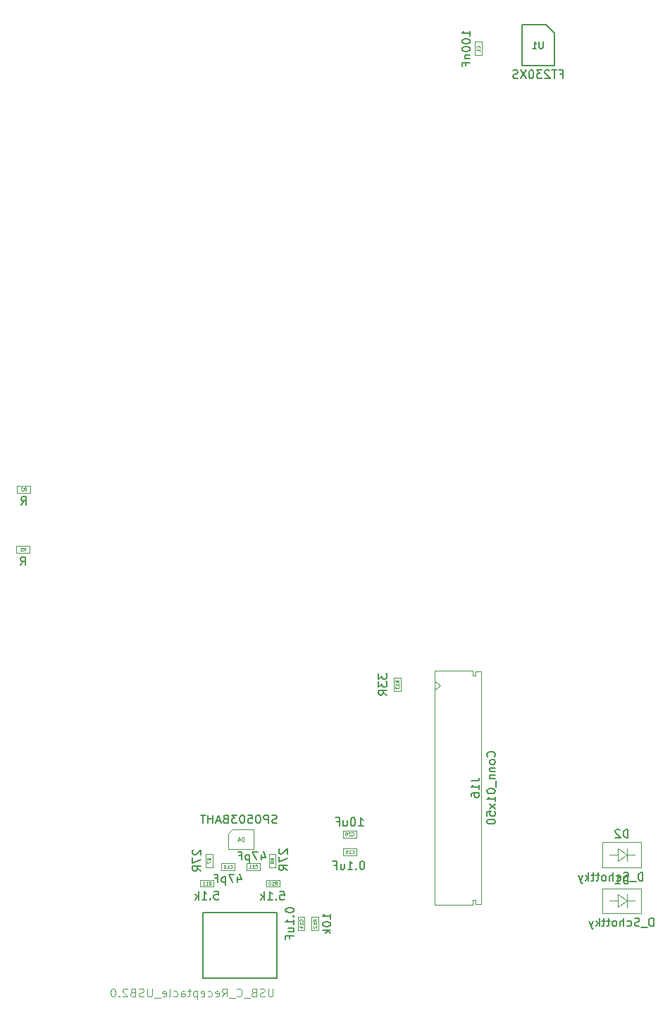
<source format=gbr>
G04 #@! TF.GenerationSoftware,KiCad,Pcbnew,(5.1.9)-1*
G04 #@! TF.CreationDate,2021-01-16T04:06:45-07:00*
G04 #@! TF.ProjectId,purplewizard-pogo,70757270-6c65-4776-997a-6172642d706f,1*
G04 #@! TF.SameCoordinates,PX774a7a0PYac0e4a0*
G04 #@! TF.FileFunction,Other,Fab,Bot*
%FSLAX46Y46*%
G04 Gerber Fmt 4.6, Leading zero omitted, Abs format (unit mm)*
G04 Created by KiCad (PCBNEW (5.1.9)-1) date 2021-01-16 04:06:45*
%MOMM*%
%LPD*%
G01*
G04 APERTURE LIST*
%ADD10C,0.100000*%
%ADD11C,0.127000*%
%ADD12C,0.150000*%
%ADD13C,0.060000*%
%ADD14C,0.075000*%
%ADD15C,0.015000*%
G04 APERTURE END LIST*
D10*
X73780000Y7630000D02*
X78380000Y7630000D01*
X78380000Y7630000D02*
X78380000Y10630000D01*
X73780000Y10630000D02*
X73780000Y7630000D01*
X73780000Y10630000D02*
X78380000Y10630000D01*
X76729440Y9128980D02*
X77631140Y9128980D01*
X75578820Y9128980D02*
X74580600Y9128980D01*
X76729440Y9929080D02*
X76729440Y8328880D01*
X75578820Y8379680D02*
X75578820Y9929080D01*
X76729440Y9128980D02*
X75578820Y8379680D01*
X76729440Y9128980D02*
X75578820Y9929080D01*
X44160000Y17540000D02*
X42560000Y17540000D01*
X44160000Y16740000D02*
X44160000Y17540000D01*
X42560000Y16740000D02*
X44160000Y16740000D01*
X42560000Y17540000D02*
X42560000Y16740000D01*
X53600000Y22710000D02*
X53600000Y36760000D01*
X53600000Y36760000D02*
X58200000Y36760000D01*
X58200000Y36760000D02*
X58200000Y36160000D01*
X58200000Y36160000D02*
X58500000Y36160000D01*
X58500000Y36160000D02*
X58500000Y36660000D01*
X58500000Y36660000D02*
X59200000Y36660000D01*
X59200000Y36660000D02*
X59200000Y22710000D01*
X53600000Y22710000D02*
X53600000Y8660000D01*
X53600000Y8660000D02*
X58200000Y8660000D01*
X58200000Y8660000D02*
X58200000Y9260000D01*
X58200000Y9260000D02*
X58500000Y9260000D01*
X58500000Y9260000D02*
X58500000Y8760000D01*
X58500000Y8760000D02*
X59200000Y8760000D01*
X59200000Y8760000D02*
X59200000Y22710000D01*
X53600000Y35460000D02*
X54307107Y34960000D01*
X54307107Y34960000D02*
X53600000Y34460000D01*
X73780000Y13170000D02*
X78380000Y13170000D01*
X78380000Y13170000D02*
X78380000Y16170000D01*
X73780000Y16170000D02*
X73780000Y13170000D01*
X73780000Y16170000D02*
X78380000Y16170000D01*
X76729440Y14668980D02*
X77631140Y14668980D01*
X75578820Y14668980D02*
X74580600Y14668980D01*
X76729440Y15469080D02*
X76729440Y13868880D01*
X75578820Y13919680D02*
X75578820Y15469080D01*
X76729440Y14668980D02*
X75578820Y13919680D01*
X76729440Y14668980D02*
X75578820Y15469080D01*
X29556668Y12820000D02*
X29556668Y13620000D01*
X29556668Y13620000D02*
X27956668Y13620000D01*
X27956668Y13620000D02*
X27956668Y12820000D01*
X27956668Y12820000D02*
X29556668Y12820000D01*
X32583334Y12830000D02*
X32583334Y13630000D01*
X32583334Y13630000D02*
X30983334Y13630000D01*
X30983334Y13630000D02*
X30983334Y12830000D01*
X30983334Y12830000D02*
X32583334Y12830000D01*
X37940000Y7210000D02*
X37140000Y7210000D01*
X37140000Y7210000D02*
X37140000Y5610000D01*
X37140000Y5610000D02*
X37940000Y5610000D01*
X37940000Y5610000D02*
X37940000Y7210000D01*
X29290000Y17710000D02*
X28790000Y17210000D01*
X28790000Y17210000D02*
X28790000Y15310000D01*
X31790000Y17710000D02*
X29290000Y17710000D01*
X31790000Y15310000D02*
X31790000Y17710000D01*
X28790000Y15310000D02*
X31790000Y15310000D01*
X49490000Y35920000D02*
X48690000Y35920000D01*
X48690000Y35920000D02*
X48690000Y34320000D01*
X48690000Y34320000D02*
X49490000Y34320000D01*
X49490000Y34320000D02*
X49490000Y35920000D01*
X26080000Y13170000D02*
X26880000Y13170000D01*
X26880000Y13170000D02*
X26880000Y14770000D01*
X26880000Y14770000D02*
X26080000Y14770000D01*
X26080000Y14770000D02*
X26080000Y13170000D01*
X25420000Y11620000D02*
X25420000Y10820000D01*
X25420000Y10820000D02*
X27020000Y10820000D01*
X27020000Y10820000D02*
X27020000Y11620000D01*
X27020000Y11620000D02*
X25420000Y11620000D01*
X33350000Y11620000D02*
X33350000Y10820000D01*
X33350000Y10820000D02*
X34950000Y10820000D01*
X34950000Y10820000D02*
X34950000Y11620000D01*
X34950000Y11620000D02*
X33350000Y11620000D01*
X33660000Y13180000D02*
X34460000Y13180000D01*
X34460000Y13180000D02*
X34460000Y14780000D01*
X34460000Y14780000D02*
X33660000Y14780000D01*
X33660000Y14780000D02*
X33660000Y13180000D01*
D11*
X34650000Y-160000D02*
X25710000Y-160000D01*
X25710000Y-160000D02*
X25710000Y7740000D01*
X25710000Y7740000D02*
X34650000Y7740000D01*
X34650000Y7740000D02*
X34650000Y-160000D01*
D10*
X39610000Y7210000D02*
X38810000Y7210000D01*
X38810000Y7210000D02*
X38810000Y5610000D01*
X38810000Y5610000D02*
X39610000Y5610000D01*
X39610000Y5610000D02*
X39610000Y7210000D01*
X44210000Y15390000D02*
X42610000Y15390000D01*
X44210000Y14590000D02*
X44210000Y15390000D01*
X42610000Y14590000D02*
X44210000Y14590000D01*
X42610000Y15390000D02*
X42610000Y14590000D01*
X4920000Y50907500D02*
X4920000Y51732500D01*
X4920000Y51732500D02*
X3320000Y51732500D01*
X3320000Y51732500D02*
X3320000Y50907500D01*
X3320000Y50907500D02*
X4920000Y50907500D01*
X3400000Y58127500D02*
X5000000Y58127500D01*
X3400000Y58952500D02*
X3400000Y58127500D01*
X5000000Y58952500D02*
X3400000Y58952500D01*
X5000000Y58127500D02*
X5000000Y58952500D01*
X58440000Y112260000D02*
X58440000Y110660000D01*
X59240000Y112260000D02*
X58440000Y112260000D01*
X59240000Y110660000D02*
X59240000Y112260000D01*
X58440000Y110660000D02*
X59240000Y110660000D01*
D12*
X67960000Y113280000D02*
X66960000Y114280000D01*
X67960000Y109380000D02*
X67960000Y113280000D01*
X64060000Y109380000D02*
X67960000Y109380000D01*
X64060000Y114280000D02*
X64060000Y109380000D01*
X66960000Y114280000D02*
X64060000Y114280000D01*
X79889523Y6077620D02*
X79889523Y7077620D01*
X79651428Y7077620D01*
X79508571Y7030000D01*
X79413333Y6934762D01*
X79365714Y6839524D01*
X79318095Y6649048D01*
X79318095Y6506191D01*
X79365714Y6315715D01*
X79413333Y6220477D01*
X79508571Y6125239D01*
X79651428Y6077620D01*
X79889523Y6077620D01*
X79127619Y5982381D02*
X78365714Y5982381D01*
X78175238Y6125239D02*
X78032380Y6077620D01*
X77794285Y6077620D01*
X77699047Y6125239D01*
X77651428Y6172858D01*
X77603809Y6268096D01*
X77603809Y6363334D01*
X77651428Y6458572D01*
X77699047Y6506191D01*
X77794285Y6553810D01*
X77984761Y6601429D01*
X78080000Y6649048D01*
X78127619Y6696667D01*
X78175238Y6791905D01*
X78175238Y6887143D01*
X78127619Y6982381D01*
X78080000Y7030000D01*
X77984761Y7077620D01*
X77746666Y7077620D01*
X77603809Y7030000D01*
X76746666Y6125239D02*
X76841904Y6077620D01*
X77032380Y6077620D01*
X77127619Y6125239D01*
X77175238Y6172858D01*
X77222857Y6268096D01*
X77222857Y6553810D01*
X77175238Y6649048D01*
X77127619Y6696667D01*
X77032380Y6744286D01*
X76841904Y6744286D01*
X76746666Y6696667D01*
X76318095Y6077620D02*
X76318095Y7077620D01*
X75889523Y6077620D02*
X75889523Y6601429D01*
X75937142Y6696667D01*
X76032380Y6744286D01*
X76175238Y6744286D01*
X76270476Y6696667D01*
X76318095Y6649048D01*
X75270476Y6077620D02*
X75365714Y6125239D01*
X75413333Y6172858D01*
X75460952Y6268096D01*
X75460952Y6553810D01*
X75413333Y6649048D01*
X75365714Y6696667D01*
X75270476Y6744286D01*
X75127619Y6744286D01*
X75032380Y6696667D01*
X74984761Y6649048D01*
X74937142Y6553810D01*
X74937142Y6268096D01*
X74984761Y6172858D01*
X75032380Y6125239D01*
X75127619Y6077620D01*
X75270476Y6077620D01*
X74651428Y6744286D02*
X74270476Y6744286D01*
X74508571Y7077620D02*
X74508571Y6220477D01*
X74460952Y6125239D01*
X74365714Y6077620D01*
X74270476Y6077620D01*
X74080000Y6744286D02*
X73699047Y6744286D01*
X73937142Y7077620D02*
X73937142Y6220477D01*
X73889523Y6125239D01*
X73794285Y6077620D01*
X73699047Y6077620D01*
X73365714Y6077620D02*
X73365714Y7077620D01*
X73270476Y6458572D02*
X72984761Y6077620D01*
X72984761Y6744286D02*
X73365714Y6363334D01*
X72651428Y6744286D02*
X72413333Y6077620D01*
X72175238Y6744286D02*
X72413333Y6077620D01*
X72508571Y5839524D01*
X72556190Y5791905D01*
X72651428Y5744286D01*
X76818095Y11177620D02*
X76818095Y12177620D01*
X76580000Y12177620D01*
X76437142Y12130000D01*
X76341904Y12034762D01*
X76294285Y11939524D01*
X76246666Y11749048D01*
X76246666Y11606191D01*
X76294285Y11415715D01*
X76341904Y11320477D01*
X76437142Y11225239D01*
X76580000Y11177620D01*
X76818095Y11177620D01*
X75294285Y11177620D02*
X75865714Y11177620D01*
X75580000Y11177620D02*
X75580000Y12177620D01*
X75675238Y12034762D01*
X75770476Y11939524D01*
X75865714Y11891905D01*
X44431428Y18117620D02*
X45002857Y18117620D01*
X44717142Y18117620D02*
X44717142Y19117620D01*
X44812380Y18974762D01*
X44907619Y18879524D01*
X45002857Y18831905D01*
X43812380Y19117620D02*
X43717142Y19117620D01*
X43621904Y19070000D01*
X43574285Y19022381D01*
X43526666Y18927143D01*
X43479047Y18736667D01*
X43479047Y18498572D01*
X43526666Y18308096D01*
X43574285Y18212858D01*
X43621904Y18165239D01*
X43717142Y18117620D01*
X43812380Y18117620D01*
X43907619Y18165239D01*
X43955238Y18212858D01*
X44002857Y18308096D01*
X44050476Y18498572D01*
X44050476Y18736667D01*
X44002857Y18927143D01*
X43955238Y19022381D01*
X43907619Y19070000D01*
X43812380Y19117620D01*
X42621904Y18784286D02*
X42621904Y18117620D01*
X43050476Y18784286D02*
X43050476Y18260477D01*
X43002857Y18165239D01*
X42907619Y18117620D01*
X42764761Y18117620D01*
X42669523Y18165239D01*
X42621904Y18212858D01*
X41812380Y18641429D02*
X42145714Y18641429D01*
X42145714Y18117620D02*
X42145714Y19117620D01*
X41669523Y19117620D01*
D13*
X43617142Y16997143D02*
X43636190Y16978096D01*
X43693333Y16959048D01*
X43731428Y16959048D01*
X43788571Y16978096D01*
X43826666Y17016191D01*
X43845714Y17054286D01*
X43864761Y17130477D01*
X43864761Y17187620D01*
X43845714Y17263810D01*
X43826666Y17301905D01*
X43788571Y17340000D01*
X43731428Y17359048D01*
X43693333Y17359048D01*
X43636190Y17340000D01*
X43617142Y17320953D01*
X43464761Y17320953D02*
X43445714Y17340000D01*
X43407619Y17359048D01*
X43312380Y17359048D01*
X43274285Y17340000D01*
X43255238Y17320953D01*
X43236190Y17282858D01*
X43236190Y17244762D01*
X43255238Y17187620D01*
X43483809Y16959048D01*
X43236190Y16959048D01*
X42893333Y17359048D02*
X42969523Y17359048D01*
X43007619Y17340000D01*
X43026666Y17320953D01*
X43064761Y17263810D01*
X43083809Y17187620D01*
X43083809Y17035239D01*
X43064761Y16997143D01*
X43045714Y16978096D01*
X43007619Y16959048D01*
X42931428Y16959048D01*
X42893333Y16978096D01*
X42874285Y16997143D01*
X42855238Y17035239D01*
X42855238Y17130477D01*
X42874285Y17168572D01*
X42893333Y17187620D01*
X42931428Y17206667D01*
X43007619Y17206667D01*
X43045714Y17187620D01*
X43064761Y17168572D01*
X43083809Y17130477D01*
D12*
X60757142Y26448096D02*
X60804761Y26495715D01*
X60852380Y26638572D01*
X60852380Y26733810D01*
X60804761Y26876667D01*
X60709523Y26971905D01*
X60614285Y27019524D01*
X60423809Y27067143D01*
X60280952Y27067143D01*
X60090476Y27019524D01*
X59995238Y26971905D01*
X59900000Y26876667D01*
X59852380Y26733810D01*
X59852380Y26638572D01*
X59900000Y26495715D01*
X59947619Y26448096D01*
X60852380Y25876667D02*
X60804761Y25971905D01*
X60757142Y26019524D01*
X60661904Y26067143D01*
X60376190Y26067143D01*
X60280952Y26019524D01*
X60233333Y25971905D01*
X60185714Y25876667D01*
X60185714Y25733810D01*
X60233333Y25638572D01*
X60280952Y25590953D01*
X60376190Y25543334D01*
X60661904Y25543334D01*
X60757142Y25590953D01*
X60804761Y25638572D01*
X60852380Y25733810D01*
X60852380Y25876667D01*
X60185714Y25114762D02*
X60852380Y25114762D01*
X60280952Y25114762D02*
X60233333Y25067143D01*
X60185714Y24971905D01*
X60185714Y24829048D01*
X60233333Y24733810D01*
X60328571Y24686191D01*
X60852380Y24686191D01*
X60185714Y24210000D02*
X60852380Y24210000D01*
X60280952Y24210000D02*
X60233333Y24162381D01*
X60185714Y24067143D01*
X60185714Y23924286D01*
X60233333Y23829048D01*
X60328571Y23781429D01*
X60852380Y23781429D01*
X60947619Y23543334D02*
X60947619Y22781429D01*
X59852380Y22352858D02*
X59852380Y22257620D01*
X59900000Y22162381D01*
X59947619Y22114762D01*
X60042857Y22067143D01*
X60233333Y22019524D01*
X60471428Y22019524D01*
X60661904Y22067143D01*
X60757142Y22114762D01*
X60804761Y22162381D01*
X60852380Y22257620D01*
X60852380Y22352858D01*
X60804761Y22448096D01*
X60757142Y22495715D01*
X60661904Y22543334D01*
X60471428Y22590953D01*
X60233333Y22590953D01*
X60042857Y22543334D01*
X59947619Y22495715D01*
X59900000Y22448096D01*
X59852380Y22352858D01*
X60852380Y21067143D02*
X60852380Y21638572D01*
X60852380Y21352858D02*
X59852380Y21352858D01*
X59995238Y21448096D01*
X60090476Y21543334D01*
X60138095Y21638572D01*
X60852380Y20733810D02*
X60185714Y20210000D01*
X60185714Y20733810D02*
X60852380Y20210000D01*
X59852380Y19352858D02*
X59852380Y19829048D01*
X60328571Y19876667D01*
X60280952Y19829048D01*
X60233333Y19733810D01*
X60233333Y19495715D01*
X60280952Y19400477D01*
X60328571Y19352858D01*
X60423809Y19305239D01*
X60661904Y19305239D01*
X60757142Y19352858D01*
X60804761Y19400477D01*
X60852380Y19495715D01*
X60852380Y19733810D01*
X60804761Y19829048D01*
X60757142Y19876667D01*
X59852380Y18686191D02*
X59852380Y18590953D01*
X59900000Y18495715D01*
X59947619Y18448096D01*
X60042857Y18400477D01*
X60233333Y18352858D01*
X60471428Y18352858D01*
X60661904Y18400477D01*
X60757142Y18448096D01*
X60804761Y18495715D01*
X60852380Y18590953D01*
X60852380Y18686191D01*
X60804761Y18781429D01*
X60757142Y18829048D01*
X60661904Y18876667D01*
X60471428Y18924286D01*
X60233333Y18924286D01*
X60042857Y18876667D01*
X59947619Y18829048D01*
X59900000Y18781429D01*
X59852380Y18686191D01*
X57952380Y23519524D02*
X58666666Y23519524D01*
X58809523Y23567143D01*
X58904761Y23662381D01*
X58952380Y23805239D01*
X58952380Y23900477D01*
X58952380Y22519524D02*
X58952380Y23090953D01*
X58952380Y22805239D02*
X57952380Y22805239D01*
X58095238Y22900477D01*
X58190476Y22995715D01*
X58238095Y23090953D01*
X57952380Y21662381D02*
X57952380Y21852858D01*
X58000000Y21948096D01*
X58047619Y21995715D01*
X58190476Y22090953D01*
X58380952Y22138572D01*
X58761904Y22138572D01*
X58857142Y22090953D01*
X58904761Y22043334D01*
X58952380Y21948096D01*
X58952380Y21757620D01*
X58904761Y21662381D01*
X58857142Y21614762D01*
X58761904Y21567143D01*
X58523809Y21567143D01*
X58428571Y21614762D01*
X58380952Y21662381D01*
X58333333Y21757620D01*
X58333333Y21948096D01*
X58380952Y22043334D01*
X58428571Y22090953D01*
X58523809Y22138572D01*
X78607363Y11528940D02*
X78607363Y12528940D01*
X78369268Y12528940D01*
X78226411Y12481320D01*
X78131173Y12386082D01*
X78083554Y12290844D01*
X78035935Y12100368D01*
X78035935Y11957511D01*
X78083554Y11767035D01*
X78131173Y11671797D01*
X78226411Y11576559D01*
X78369268Y11528940D01*
X78607363Y11528940D01*
X77845459Y11433701D02*
X77083554Y11433701D01*
X76893078Y11576559D02*
X76750220Y11528940D01*
X76512125Y11528940D01*
X76416887Y11576559D01*
X76369268Y11624178D01*
X76321649Y11719416D01*
X76321649Y11814654D01*
X76369268Y11909892D01*
X76416887Y11957511D01*
X76512125Y12005130D01*
X76702601Y12052749D01*
X76797840Y12100368D01*
X76845459Y12147987D01*
X76893078Y12243225D01*
X76893078Y12338463D01*
X76845459Y12433701D01*
X76797840Y12481320D01*
X76702601Y12528940D01*
X76464506Y12528940D01*
X76321649Y12481320D01*
X75464506Y11576559D02*
X75559744Y11528940D01*
X75750220Y11528940D01*
X75845459Y11576559D01*
X75893078Y11624178D01*
X75940697Y11719416D01*
X75940697Y12005130D01*
X75893078Y12100368D01*
X75845459Y12147987D01*
X75750220Y12195606D01*
X75559744Y12195606D01*
X75464506Y12147987D01*
X75035935Y11528940D02*
X75035935Y12528940D01*
X74607363Y11528940D02*
X74607363Y12052749D01*
X74654982Y12147987D01*
X74750220Y12195606D01*
X74893078Y12195606D01*
X74988316Y12147987D01*
X75035935Y12100368D01*
X73988316Y11528940D02*
X74083554Y11576559D01*
X74131173Y11624178D01*
X74178792Y11719416D01*
X74178792Y12005130D01*
X74131173Y12100368D01*
X74083554Y12147987D01*
X73988316Y12195606D01*
X73845459Y12195606D01*
X73750220Y12147987D01*
X73702601Y12100368D01*
X73654982Y12005130D01*
X73654982Y11719416D01*
X73702601Y11624178D01*
X73750220Y11576559D01*
X73845459Y11528940D01*
X73988316Y11528940D01*
X73369268Y12195606D02*
X72988316Y12195606D01*
X73226411Y12528940D02*
X73226411Y11671797D01*
X73178792Y11576559D01*
X73083554Y11528940D01*
X72988316Y11528940D01*
X72797840Y12195606D02*
X72416887Y12195606D01*
X72654982Y12528940D02*
X72654982Y11671797D01*
X72607363Y11576559D01*
X72512125Y11528940D01*
X72416887Y11528940D01*
X72083554Y11528940D02*
X72083554Y12528940D01*
X71988316Y11909892D02*
X71702601Y11528940D01*
X71702601Y12195606D02*
X72083554Y11814654D01*
X71369268Y12195606D02*
X71131173Y11528940D01*
X70893078Y12195606D02*
X71131173Y11528940D01*
X71226411Y11290844D01*
X71274030Y11243225D01*
X71369268Y11195606D01*
X76818095Y16717620D02*
X76818095Y17717620D01*
X76580000Y17717620D01*
X76437142Y17670000D01*
X76341904Y17574762D01*
X76294285Y17479524D01*
X76246666Y17289048D01*
X76246666Y17146191D01*
X76294285Y16955715D01*
X76341904Y16860477D01*
X76437142Y16765239D01*
X76580000Y16717620D01*
X76818095Y16717620D01*
X75865714Y17622381D02*
X75818095Y17670000D01*
X75722857Y17717620D01*
X75484761Y17717620D01*
X75389523Y17670000D01*
X75341904Y17622381D01*
X75294285Y17527143D01*
X75294285Y17431905D01*
X75341904Y17289048D01*
X75913333Y16717620D01*
X75294285Y16717620D01*
X29923334Y12004286D02*
X29923334Y11337620D01*
X30161429Y12385239D02*
X30399525Y11670953D01*
X29780477Y11670953D01*
X29494763Y12337620D02*
X28828096Y12337620D01*
X29256668Y11337620D01*
X28447144Y12004286D02*
X28447144Y11004286D01*
X28447144Y11956667D02*
X28351906Y12004286D01*
X28161429Y12004286D01*
X28066191Y11956667D01*
X28018572Y11909048D01*
X27970953Y11813810D01*
X27970953Y11528096D01*
X28018572Y11432858D01*
X28066191Y11385239D01*
X28161429Y11337620D01*
X28351906Y11337620D01*
X28447144Y11385239D01*
X27209048Y11861429D02*
X27542382Y11861429D01*
X27542382Y11337620D02*
X27542382Y12337620D01*
X27066191Y12337620D01*
D13*
X29013810Y13077143D02*
X29032858Y13058096D01*
X29090001Y13039048D01*
X29128096Y13039048D01*
X29185239Y13058096D01*
X29223334Y13096191D01*
X29242382Y13134286D01*
X29261429Y13210477D01*
X29261429Y13267620D01*
X29242382Y13343810D01*
X29223334Y13381905D01*
X29185239Y13420000D01*
X29128096Y13439048D01*
X29090001Y13439048D01*
X29032858Y13420000D01*
X29013810Y13400953D01*
X28632858Y13039048D02*
X28861429Y13039048D01*
X28747144Y13039048D02*
X28747144Y13439048D01*
X28785239Y13381905D01*
X28823334Y13343810D01*
X28861429Y13324762D01*
X28385239Y13439048D02*
X28347144Y13439048D01*
X28309048Y13420000D01*
X28290001Y13400953D01*
X28270953Y13362858D01*
X28251906Y13286667D01*
X28251906Y13191429D01*
X28270953Y13115239D01*
X28290001Y13077143D01*
X28309048Y13058096D01*
X28347144Y13039048D01*
X28385239Y13039048D01*
X28423334Y13058096D01*
X28442382Y13077143D01*
X28461429Y13115239D01*
X28480477Y13191429D01*
X28480477Y13286667D01*
X28461429Y13362858D01*
X28442382Y13400953D01*
X28423334Y13420000D01*
X28385239Y13439048D01*
D12*
X32796666Y14704286D02*
X32796666Y14037620D01*
X33034761Y15085239D02*
X33272857Y14370953D01*
X32653809Y14370953D01*
X32368095Y15037620D02*
X31701428Y15037620D01*
X32130000Y14037620D01*
X31320476Y14704286D02*
X31320476Y13704286D01*
X31320476Y14656667D02*
X31225238Y14704286D01*
X31034761Y14704286D01*
X30939523Y14656667D01*
X30891904Y14609048D01*
X30844285Y14513810D01*
X30844285Y14228096D01*
X30891904Y14132858D01*
X30939523Y14085239D01*
X31034761Y14037620D01*
X31225238Y14037620D01*
X31320476Y14085239D01*
X30082380Y14561429D02*
X30415714Y14561429D01*
X30415714Y14037620D02*
X30415714Y15037620D01*
X29939523Y15037620D01*
D13*
X32040476Y13087143D02*
X32059524Y13068096D01*
X32116667Y13049048D01*
X32154762Y13049048D01*
X32211905Y13068096D01*
X32250000Y13106191D01*
X32269048Y13144286D01*
X32288095Y13220477D01*
X32288095Y13277620D01*
X32269048Y13353810D01*
X32250000Y13391905D01*
X32211905Y13430000D01*
X32154762Y13449048D01*
X32116667Y13449048D01*
X32059524Y13430000D01*
X32040476Y13410953D01*
X31659524Y13049048D02*
X31888095Y13049048D01*
X31773810Y13049048D02*
X31773810Y13449048D01*
X31811905Y13391905D01*
X31850000Y13353810D01*
X31888095Y13334762D01*
X31278572Y13049048D02*
X31507143Y13049048D01*
X31392857Y13049048D02*
X31392857Y13449048D01*
X31430953Y13391905D01*
X31469048Y13353810D01*
X31507143Y13334762D01*
D12*
X35672380Y8062858D02*
X35672380Y7967620D01*
X35720000Y7872381D01*
X35767619Y7824762D01*
X35862857Y7777143D01*
X36053333Y7729524D01*
X36291428Y7729524D01*
X36481904Y7777143D01*
X36577142Y7824762D01*
X36624761Y7872381D01*
X36672380Y7967620D01*
X36672380Y8062858D01*
X36624761Y8158096D01*
X36577142Y8205715D01*
X36481904Y8253334D01*
X36291428Y8300953D01*
X36053333Y8300953D01*
X35862857Y8253334D01*
X35767619Y8205715D01*
X35720000Y8158096D01*
X35672380Y8062858D01*
X36577142Y7300953D02*
X36624761Y7253334D01*
X36672380Y7300953D01*
X36624761Y7348572D01*
X36577142Y7300953D01*
X36672380Y7300953D01*
X36672380Y6300953D02*
X36672380Y6872381D01*
X36672380Y6586667D02*
X35672380Y6586667D01*
X35815238Y6681905D01*
X35910476Y6777143D01*
X35958095Y6872381D01*
X36005714Y5443810D02*
X36672380Y5443810D01*
X36005714Y5872381D02*
X36529523Y5872381D01*
X36624761Y5824762D01*
X36672380Y5729524D01*
X36672380Y5586667D01*
X36624761Y5491429D01*
X36577142Y5443810D01*
X36148571Y4634286D02*
X36148571Y4967620D01*
X36672380Y4967620D02*
X35672380Y4967620D01*
X35672380Y4491429D01*
D13*
X37682857Y6667143D02*
X37701904Y6686191D01*
X37720952Y6743334D01*
X37720952Y6781429D01*
X37701904Y6838572D01*
X37663809Y6876667D01*
X37625714Y6895715D01*
X37549523Y6914762D01*
X37492380Y6914762D01*
X37416190Y6895715D01*
X37378095Y6876667D01*
X37340000Y6838572D01*
X37320952Y6781429D01*
X37320952Y6743334D01*
X37340000Y6686191D01*
X37359047Y6667143D01*
X37720952Y6286191D02*
X37720952Y6514762D01*
X37720952Y6400477D02*
X37320952Y6400477D01*
X37378095Y6438572D01*
X37416190Y6476667D01*
X37435238Y6514762D01*
X37454285Y5943334D02*
X37720952Y5943334D01*
X37301904Y6038572D02*
X37587619Y6133810D01*
X37587619Y5886191D01*
D12*
X34603809Y18485239D02*
X34460952Y18437620D01*
X34222857Y18437620D01*
X34127619Y18485239D01*
X34080000Y18532858D01*
X34032380Y18628096D01*
X34032380Y18723334D01*
X34080000Y18818572D01*
X34127619Y18866191D01*
X34222857Y18913810D01*
X34413333Y18961429D01*
X34508571Y19009048D01*
X34556190Y19056667D01*
X34603809Y19151905D01*
X34603809Y19247143D01*
X34556190Y19342381D01*
X34508571Y19390000D01*
X34413333Y19437620D01*
X34175238Y19437620D01*
X34032380Y19390000D01*
X33603809Y18437620D02*
X33603809Y19437620D01*
X33222857Y19437620D01*
X33127619Y19390000D01*
X33080000Y19342381D01*
X33032380Y19247143D01*
X33032380Y19104286D01*
X33080000Y19009048D01*
X33127619Y18961429D01*
X33222857Y18913810D01*
X33603809Y18913810D01*
X32413333Y19437620D02*
X32318095Y19437620D01*
X32222857Y19390000D01*
X32175238Y19342381D01*
X32127619Y19247143D01*
X32080000Y19056667D01*
X32080000Y18818572D01*
X32127619Y18628096D01*
X32175238Y18532858D01*
X32222857Y18485239D01*
X32318095Y18437620D01*
X32413333Y18437620D01*
X32508571Y18485239D01*
X32556190Y18532858D01*
X32603809Y18628096D01*
X32651428Y18818572D01*
X32651428Y19056667D01*
X32603809Y19247143D01*
X32556190Y19342381D01*
X32508571Y19390000D01*
X32413333Y19437620D01*
X31175238Y19437620D02*
X31651428Y19437620D01*
X31699047Y18961429D01*
X31651428Y19009048D01*
X31556190Y19056667D01*
X31318095Y19056667D01*
X31222857Y19009048D01*
X31175238Y18961429D01*
X31127619Y18866191D01*
X31127619Y18628096D01*
X31175238Y18532858D01*
X31222857Y18485239D01*
X31318095Y18437620D01*
X31556190Y18437620D01*
X31651428Y18485239D01*
X31699047Y18532858D01*
X30508571Y19437620D02*
X30413333Y19437620D01*
X30318095Y19390000D01*
X30270476Y19342381D01*
X30222857Y19247143D01*
X30175238Y19056667D01*
X30175238Y18818572D01*
X30222857Y18628096D01*
X30270476Y18532858D01*
X30318095Y18485239D01*
X30413333Y18437620D01*
X30508571Y18437620D01*
X30603809Y18485239D01*
X30651428Y18532858D01*
X30699047Y18628096D01*
X30746666Y18818572D01*
X30746666Y19056667D01*
X30699047Y19247143D01*
X30651428Y19342381D01*
X30603809Y19390000D01*
X30508571Y19437620D01*
X29841904Y19437620D02*
X29222857Y19437620D01*
X29556190Y19056667D01*
X29413333Y19056667D01*
X29318095Y19009048D01*
X29270476Y18961429D01*
X29222857Y18866191D01*
X29222857Y18628096D01*
X29270476Y18532858D01*
X29318095Y18485239D01*
X29413333Y18437620D01*
X29699047Y18437620D01*
X29794285Y18485239D01*
X29841904Y18532858D01*
X28460952Y18961429D02*
X28318095Y18913810D01*
X28270476Y18866191D01*
X28222857Y18770953D01*
X28222857Y18628096D01*
X28270476Y18532858D01*
X28318095Y18485239D01*
X28413333Y18437620D01*
X28794285Y18437620D01*
X28794285Y19437620D01*
X28460952Y19437620D01*
X28365714Y19390000D01*
X28318095Y19342381D01*
X28270476Y19247143D01*
X28270476Y19151905D01*
X28318095Y19056667D01*
X28365714Y19009048D01*
X28460952Y18961429D01*
X28794285Y18961429D01*
X27841904Y18723334D02*
X27365714Y18723334D01*
X27937142Y18437620D02*
X27603809Y19437620D01*
X27270476Y18437620D01*
X26937142Y18437620D02*
X26937142Y19437620D01*
X26937142Y18961429D02*
X26365714Y18961429D01*
X26365714Y18437620D02*
X26365714Y19437620D01*
X26032380Y19437620D02*
X25460952Y19437620D01*
X25746666Y18437620D02*
X25746666Y19437620D01*
D14*
X30659047Y16283810D02*
X30659047Y16783810D01*
X30540000Y16783810D01*
X30468571Y16760000D01*
X30420952Y16712381D01*
X30397142Y16664762D01*
X30373333Y16569524D01*
X30373333Y16498096D01*
X30397142Y16402858D01*
X30420952Y16355239D01*
X30468571Y16307620D01*
X30540000Y16283810D01*
X30659047Y16283810D01*
X29944761Y16617143D02*
X29944761Y16283810D01*
X30063809Y16807620D02*
X30182857Y16450477D01*
X29873333Y16450477D01*
D12*
X46852380Y36409524D02*
X46852380Y35790477D01*
X47233333Y36123810D01*
X47233333Y35980953D01*
X47280952Y35885715D01*
X47328571Y35838096D01*
X47423809Y35790477D01*
X47661904Y35790477D01*
X47757142Y35838096D01*
X47804761Y35885715D01*
X47852380Y35980953D01*
X47852380Y36266667D01*
X47804761Y36361905D01*
X47757142Y36409524D01*
X46852380Y35457143D02*
X46852380Y34838096D01*
X47233333Y35171429D01*
X47233333Y35028572D01*
X47280952Y34933334D01*
X47328571Y34885715D01*
X47423809Y34838096D01*
X47661904Y34838096D01*
X47757142Y34885715D01*
X47804761Y34933334D01*
X47852380Y35028572D01*
X47852380Y35314286D01*
X47804761Y35409524D01*
X47757142Y35457143D01*
X47852380Y33838096D02*
X47376190Y34171429D01*
X47852380Y34409524D02*
X46852380Y34409524D01*
X46852380Y34028572D01*
X46900000Y33933334D01*
X46947619Y33885715D01*
X47042857Y33838096D01*
X47185714Y33838096D01*
X47280952Y33885715D01*
X47328571Y33933334D01*
X47376190Y34028572D01*
X47376190Y34409524D01*
D13*
X49270952Y35377143D02*
X49080476Y35510477D01*
X49270952Y35605715D02*
X48870952Y35605715D01*
X48870952Y35453334D01*
X48890000Y35415239D01*
X48909047Y35396191D01*
X48947142Y35377143D01*
X49004285Y35377143D01*
X49042380Y35396191D01*
X49061428Y35415239D01*
X49080476Y35453334D01*
X49080476Y35605715D01*
X49270952Y34996191D02*
X49270952Y35224762D01*
X49270952Y35110477D02*
X48870952Y35110477D01*
X48928095Y35148572D01*
X48966190Y35186667D01*
X48985238Y35224762D01*
X48870952Y34862858D02*
X48870952Y34615239D01*
X49023333Y34748572D01*
X49023333Y34691429D01*
X49042380Y34653334D01*
X49061428Y34634286D01*
X49099523Y34615239D01*
X49194761Y34615239D01*
X49232857Y34634286D01*
X49251904Y34653334D01*
X49270952Y34691429D01*
X49270952Y34805715D01*
X49251904Y34843810D01*
X49232857Y34862858D01*
D12*
X24597619Y15231905D02*
X24550000Y15184286D01*
X24502380Y15089048D01*
X24502380Y14850953D01*
X24550000Y14755715D01*
X24597619Y14708096D01*
X24692857Y14660477D01*
X24788095Y14660477D01*
X24930952Y14708096D01*
X25502380Y15279524D01*
X25502380Y14660477D01*
X24502380Y14327143D02*
X24502380Y13660477D01*
X25502380Y14089048D01*
X25502380Y12708096D02*
X25026190Y13041429D01*
X25502380Y13279524D02*
X24502380Y13279524D01*
X24502380Y12898572D01*
X24550000Y12803334D01*
X24597619Y12755715D01*
X24692857Y12708096D01*
X24835714Y12708096D01*
X24930952Y12755715D01*
X24978571Y12803334D01*
X25026190Y12898572D01*
X25026190Y13279524D01*
D13*
X26660952Y14036667D02*
X26470476Y14170000D01*
X26660952Y14265239D02*
X26260952Y14265239D01*
X26260952Y14112858D01*
X26280000Y14074762D01*
X26299047Y14055715D01*
X26337142Y14036667D01*
X26394285Y14036667D01*
X26432380Y14055715D01*
X26451428Y14074762D01*
X26470476Y14112858D01*
X26470476Y14265239D01*
X26260952Y13903334D02*
X26260952Y13636667D01*
X26660952Y13808096D01*
D12*
X27090952Y10287620D02*
X27567142Y10287620D01*
X27614761Y9811429D01*
X27567142Y9859048D01*
X27471904Y9906667D01*
X27233809Y9906667D01*
X27138571Y9859048D01*
X27090952Y9811429D01*
X27043333Y9716191D01*
X27043333Y9478096D01*
X27090952Y9382858D01*
X27138571Y9335239D01*
X27233809Y9287620D01*
X27471904Y9287620D01*
X27567142Y9335239D01*
X27614761Y9382858D01*
X26614761Y9382858D02*
X26567142Y9335239D01*
X26614761Y9287620D01*
X26662380Y9335239D01*
X26614761Y9382858D01*
X26614761Y9287620D01*
X25614761Y9287620D02*
X26186190Y9287620D01*
X25900476Y9287620D02*
X25900476Y10287620D01*
X25995714Y10144762D01*
X26090952Y10049524D01*
X26186190Y10001905D01*
X25186190Y9287620D02*
X25186190Y10287620D01*
X25090952Y9668572D02*
X24805238Y9287620D01*
X24805238Y9954286D02*
X25186190Y9573334D01*
D13*
X26477142Y11039048D02*
X26610476Y11229524D01*
X26705714Y11039048D02*
X26705714Y11439048D01*
X26553333Y11439048D01*
X26515238Y11420000D01*
X26496190Y11400953D01*
X26477142Y11362858D01*
X26477142Y11305715D01*
X26496190Y11267620D01*
X26515238Y11248572D01*
X26553333Y11229524D01*
X26705714Y11229524D01*
X26096190Y11039048D02*
X26324761Y11039048D01*
X26210476Y11039048D02*
X26210476Y11439048D01*
X26248571Y11381905D01*
X26286666Y11343810D01*
X26324761Y11324762D01*
X25715238Y11039048D02*
X25943809Y11039048D01*
X25829523Y11039048D02*
X25829523Y11439048D01*
X25867619Y11381905D01*
X25905714Y11343810D01*
X25943809Y11324762D01*
D12*
X35000952Y10257620D02*
X35477142Y10257620D01*
X35524761Y9781429D01*
X35477142Y9829048D01*
X35381904Y9876667D01*
X35143809Y9876667D01*
X35048571Y9829048D01*
X35000952Y9781429D01*
X34953333Y9686191D01*
X34953333Y9448096D01*
X35000952Y9352858D01*
X35048571Y9305239D01*
X35143809Y9257620D01*
X35381904Y9257620D01*
X35477142Y9305239D01*
X35524761Y9352858D01*
X34524761Y9352858D02*
X34477142Y9305239D01*
X34524761Y9257620D01*
X34572380Y9305239D01*
X34524761Y9352858D01*
X34524761Y9257620D01*
X33524761Y9257620D02*
X34096190Y9257620D01*
X33810476Y9257620D02*
X33810476Y10257620D01*
X33905714Y10114762D01*
X34000952Y10019524D01*
X34096190Y9971905D01*
X33096190Y9257620D02*
X33096190Y10257620D01*
X33000952Y9638572D02*
X32715238Y9257620D01*
X32715238Y9924286D02*
X33096190Y9543334D01*
D13*
X34407142Y11039048D02*
X34540476Y11229524D01*
X34635714Y11039048D02*
X34635714Y11439048D01*
X34483333Y11439048D01*
X34445238Y11420000D01*
X34426190Y11400953D01*
X34407142Y11362858D01*
X34407142Y11305715D01*
X34426190Y11267620D01*
X34445238Y11248572D01*
X34483333Y11229524D01*
X34635714Y11229524D01*
X34026190Y11039048D02*
X34254761Y11039048D01*
X34140476Y11039048D02*
X34140476Y11439048D01*
X34178571Y11381905D01*
X34216666Y11343810D01*
X34254761Y11324762D01*
X33778571Y11439048D02*
X33740476Y11439048D01*
X33702380Y11420000D01*
X33683333Y11400953D01*
X33664285Y11362858D01*
X33645238Y11286667D01*
X33645238Y11191429D01*
X33664285Y11115239D01*
X33683333Y11077143D01*
X33702380Y11058096D01*
X33740476Y11039048D01*
X33778571Y11039048D01*
X33816666Y11058096D01*
X33835714Y11077143D01*
X33854761Y11115239D01*
X33873809Y11191429D01*
X33873809Y11286667D01*
X33854761Y11362858D01*
X33835714Y11400953D01*
X33816666Y11420000D01*
X33778571Y11439048D01*
D12*
X34967619Y15351905D02*
X34920000Y15304286D01*
X34872380Y15209048D01*
X34872380Y14970953D01*
X34920000Y14875715D01*
X34967619Y14828096D01*
X35062857Y14780477D01*
X35158095Y14780477D01*
X35300952Y14828096D01*
X35872380Y15399524D01*
X35872380Y14780477D01*
X34872380Y14447143D02*
X34872380Y13780477D01*
X35872380Y14209048D01*
X35872380Y12828096D02*
X35396190Y13161429D01*
X35872380Y13399524D02*
X34872380Y13399524D01*
X34872380Y13018572D01*
X34920000Y12923334D01*
X34967619Y12875715D01*
X35062857Y12828096D01*
X35205714Y12828096D01*
X35300952Y12875715D01*
X35348571Y12923334D01*
X35396190Y13018572D01*
X35396190Y13399524D01*
D13*
X34240952Y14046667D02*
X34050476Y14180000D01*
X34240952Y14275239D02*
X33840952Y14275239D01*
X33840952Y14122858D01*
X33860000Y14084762D01*
X33879047Y14065715D01*
X33917142Y14046667D01*
X33974285Y14046667D01*
X34012380Y14065715D01*
X34031428Y14084762D01*
X34050476Y14122858D01*
X34050476Y14275239D01*
X34012380Y13818096D02*
X33993333Y13856191D01*
X33974285Y13875239D01*
X33936190Y13894286D01*
X33917142Y13894286D01*
X33879047Y13875239D01*
X33860000Y13856191D01*
X33840952Y13818096D01*
X33840952Y13741905D01*
X33860000Y13703810D01*
X33879047Y13684762D01*
X33917142Y13665715D01*
X33936190Y13665715D01*
X33974285Y13684762D01*
X33993333Y13703810D01*
X34012380Y13741905D01*
X34012380Y13818096D01*
X34031428Y13856191D01*
X34050476Y13875239D01*
X34088571Y13894286D01*
X34164761Y13894286D01*
X34202857Y13875239D01*
X34221904Y13856191D01*
X34240952Y13818096D01*
X34240952Y13741905D01*
X34221904Y13703810D01*
X34202857Y13684762D01*
X34164761Y13665715D01*
X34088571Y13665715D01*
X34050476Y13684762D01*
X34031428Y13703810D01*
X34012380Y13741905D01*
D15*
X34155626Y-1378267D02*
X34155626Y-2190627D01*
X34107840Y-2286199D01*
X34060054Y-2333985D01*
X33964483Y-2381771D01*
X33773339Y-2381771D01*
X33677767Y-2333985D01*
X33629981Y-2286199D01*
X33582195Y-2190627D01*
X33582195Y-1378267D01*
X33152122Y-2333985D02*
X33008764Y-2381771D01*
X32769835Y-2381771D01*
X32674263Y-2333985D01*
X32626477Y-2286199D01*
X32578691Y-2190627D01*
X32578691Y-2095055D01*
X32626477Y-1999483D01*
X32674263Y-1951697D01*
X32769835Y-1903912D01*
X32960979Y-1856126D01*
X33056550Y-1808340D01*
X33104336Y-1760554D01*
X33152122Y-1664982D01*
X33152122Y-1569410D01*
X33104336Y-1473838D01*
X33056550Y-1426053D01*
X32960979Y-1378267D01*
X32722049Y-1378267D01*
X32578691Y-1426053D01*
X31814117Y-1856126D02*
X31670759Y-1903912D01*
X31622973Y-1951697D01*
X31575187Y-2047269D01*
X31575187Y-2190627D01*
X31622973Y-2286199D01*
X31670759Y-2333985D01*
X31766331Y-2381771D01*
X32148618Y-2381771D01*
X32148618Y-1378267D01*
X31814117Y-1378267D01*
X31718545Y-1426053D01*
X31670759Y-1473838D01*
X31622973Y-1569410D01*
X31622973Y-1664982D01*
X31670759Y-1760554D01*
X31718545Y-1808340D01*
X31814117Y-1856126D01*
X32148618Y-1856126D01*
X31384044Y-2477342D02*
X30619469Y-2477342D01*
X29807109Y-2286199D02*
X29854895Y-2333985D01*
X29998252Y-2381771D01*
X30093824Y-2381771D01*
X30237182Y-2333985D01*
X30332754Y-2238413D01*
X30380540Y-2142841D01*
X30428326Y-1951697D01*
X30428326Y-1808340D01*
X30380540Y-1617196D01*
X30332754Y-1521624D01*
X30237182Y-1426053D01*
X30093824Y-1378267D01*
X29998252Y-1378267D01*
X29854895Y-1426053D01*
X29807109Y-1473838D01*
X29615965Y-2477342D02*
X28851391Y-2477342D01*
X28039030Y-2381771D02*
X28373532Y-1903912D01*
X28612461Y-2381771D02*
X28612461Y-1378267D01*
X28230174Y-1378267D01*
X28134602Y-1426053D01*
X28086816Y-1473838D01*
X28039030Y-1569410D01*
X28039030Y-1712768D01*
X28086816Y-1808340D01*
X28134602Y-1856126D01*
X28230174Y-1903912D01*
X28612461Y-1903912D01*
X27226670Y-2333985D02*
X27322242Y-2381771D01*
X27513385Y-2381771D01*
X27608957Y-2333985D01*
X27656743Y-2238413D01*
X27656743Y-1856126D01*
X27608957Y-1760554D01*
X27513385Y-1712768D01*
X27322242Y-1712768D01*
X27226670Y-1760554D01*
X27178884Y-1856126D01*
X27178884Y-1951697D01*
X27656743Y-2047269D01*
X26318738Y-2333985D02*
X26414310Y-2381771D01*
X26605453Y-2381771D01*
X26701025Y-2333985D01*
X26748811Y-2286199D01*
X26796597Y-2190627D01*
X26796597Y-1903912D01*
X26748811Y-1808340D01*
X26701025Y-1760554D01*
X26605453Y-1712768D01*
X26414310Y-1712768D01*
X26318738Y-1760554D01*
X25506377Y-2333985D02*
X25601949Y-2381771D01*
X25793093Y-2381771D01*
X25888665Y-2333985D01*
X25936451Y-2238413D01*
X25936451Y-1856126D01*
X25888665Y-1760554D01*
X25793093Y-1712768D01*
X25601949Y-1712768D01*
X25506377Y-1760554D01*
X25458591Y-1856126D01*
X25458591Y-1951697D01*
X25936451Y-2047269D01*
X25028518Y-1712768D02*
X25028518Y-2716272D01*
X25028518Y-1760554D02*
X24932947Y-1712768D01*
X24741803Y-1712768D01*
X24646231Y-1760554D01*
X24598445Y-1808340D01*
X24550659Y-1903912D01*
X24550659Y-2190627D01*
X24598445Y-2286199D01*
X24646231Y-2333985D01*
X24741803Y-2381771D01*
X24932947Y-2381771D01*
X25028518Y-2333985D01*
X24263944Y-1712768D02*
X23881657Y-1712768D01*
X24120586Y-1378267D02*
X24120586Y-2238413D01*
X24072800Y-2333985D01*
X23977228Y-2381771D01*
X23881657Y-2381771D01*
X23117082Y-2381771D02*
X23117082Y-1856126D01*
X23164868Y-1760554D01*
X23260440Y-1712768D01*
X23451583Y-1712768D01*
X23547155Y-1760554D01*
X23117082Y-2333985D02*
X23212654Y-2381771D01*
X23451583Y-2381771D01*
X23547155Y-2333985D01*
X23594941Y-2238413D01*
X23594941Y-2142841D01*
X23547155Y-2047269D01*
X23451583Y-1999483D01*
X23212654Y-1999483D01*
X23117082Y-1951697D01*
X22209150Y-2333985D02*
X22304722Y-2381771D01*
X22495865Y-2381771D01*
X22591437Y-2333985D01*
X22639223Y-2286199D01*
X22687009Y-2190627D01*
X22687009Y-1903912D01*
X22639223Y-1808340D01*
X22591437Y-1760554D01*
X22495865Y-1712768D01*
X22304722Y-1712768D01*
X22209150Y-1760554D01*
X21635719Y-2381771D02*
X21731291Y-2333985D01*
X21779077Y-2238413D01*
X21779077Y-1378267D01*
X20871145Y-2333985D02*
X20966716Y-2381771D01*
X21157860Y-2381771D01*
X21253432Y-2333985D01*
X21301218Y-2238413D01*
X21301218Y-1856126D01*
X21253432Y-1760554D01*
X21157860Y-1712768D01*
X20966716Y-1712768D01*
X20871145Y-1760554D01*
X20823359Y-1856126D01*
X20823359Y-1951697D01*
X21301218Y-2047269D01*
X20632215Y-2477342D02*
X19867641Y-2477342D01*
X19628711Y-1378267D02*
X19628711Y-2190627D01*
X19580925Y-2286199D01*
X19533139Y-2333985D01*
X19437567Y-2381771D01*
X19246424Y-2381771D01*
X19150852Y-2333985D01*
X19103066Y-2286199D01*
X19055280Y-2190627D01*
X19055280Y-1378267D01*
X18625207Y-2333985D02*
X18481849Y-2381771D01*
X18242920Y-2381771D01*
X18147348Y-2333985D01*
X18099562Y-2286199D01*
X18051776Y-2190627D01*
X18051776Y-2095055D01*
X18099562Y-1999483D01*
X18147348Y-1951697D01*
X18242920Y-1903912D01*
X18434063Y-1856126D01*
X18529635Y-1808340D01*
X18577421Y-1760554D01*
X18625207Y-1664982D01*
X18625207Y-1569410D01*
X18577421Y-1473838D01*
X18529635Y-1426053D01*
X18434063Y-1378267D01*
X18195134Y-1378267D01*
X18051776Y-1426053D01*
X17287202Y-1856126D02*
X17143844Y-1903912D01*
X17096058Y-1951697D01*
X17048272Y-2047269D01*
X17048272Y-2190627D01*
X17096058Y-2286199D01*
X17143844Y-2333985D01*
X17239416Y-2381771D01*
X17621703Y-2381771D01*
X17621703Y-1378267D01*
X17287202Y-1378267D01*
X17191630Y-1426053D01*
X17143844Y-1473838D01*
X17096058Y-1569410D01*
X17096058Y-1664982D01*
X17143844Y-1760554D01*
X17191630Y-1808340D01*
X17287202Y-1856126D01*
X17621703Y-1856126D01*
X16665985Y-1473838D02*
X16618199Y-1426053D01*
X16522627Y-1378267D01*
X16283698Y-1378267D01*
X16188126Y-1426053D01*
X16140340Y-1473838D01*
X16092554Y-1569410D01*
X16092554Y-1664982D01*
X16140340Y-1808340D01*
X16713771Y-2381771D01*
X16092554Y-2381771D01*
X15662481Y-2286199D02*
X15614695Y-2333985D01*
X15662481Y-2381771D01*
X15710267Y-2333985D01*
X15662481Y-2286199D01*
X15662481Y-2381771D01*
X14993478Y-1378267D02*
X14897907Y-1378267D01*
X14802335Y-1426053D01*
X14754549Y-1473838D01*
X14706763Y-1569410D01*
X14658977Y-1760554D01*
X14658977Y-1999483D01*
X14706763Y-2190627D01*
X14754549Y-2286199D01*
X14802335Y-2333985D01*
X14897907Y-2381771D01*
X14993478Y-2381771D01*
X15089050Y-2333985D01*
X15136836Y-2286199D01*
X15184622Y-2190627D01*
X15232408Y-1999483D01*
X15232408Y-1760554D01*
X15184622Y-1569410D01*
X15136836Y-1473838D01*
X15089050Y-1426053D01*
X14993478Y-1378267D01*
D12*
X41092380Y7005239D02*
X41092380Y7576667D01*
X41092380Y7290953D02*
X40092380Y7290953D01*
X40235238Y7386191D01*
X40330476Y7481429D01*
X40378095Y7576667D01*
X40092380Y6386191D02*
X40092380Y6290953D01*
X40140000Y6195715D01*
X40187619Y6148096D01*
X40282857Y6100477D01*
X40473333Y6052858D01*
X40711428Y6052858D01*
X40901904Y6100477D01*
X40997142Y6148096D01*
X41044761Y6195715D01*
X41092380Y6290953D01*
X41092380Y6386191D01*
X41044761Y6481429D01*
X40997142Y6529048D01*
X40901904Y6576667D01*
X40711428Y6624286D01*
X40473333Y6624286D01*
X40282857Y6576667D01*
X40187619Y6529048D01*
X40140000Y6481429D01*
X40092380Y6386191D01*
X41092380Y5624286D02*
X40092380Y5624286D01*
X40711428Y5529048D02*
X41092380Y5243334D01*
X40425714Y5243334D02*
X40806666Y5624286D01*
D13*
X39390952Y6667143D02*
X39200476Y6800477D01*
X39390952Y6895715D02*
X38990952Y6895715D01*
X38990952Y6743334D01*
X39010000Y6705239D01*
X39029047Y6686191D01*
X39067142Y6667143D01*
X39124285Y6667143D01*
X39162380Y6686191D01*
X39181428Y6705239D01*
X39200476Y6743334D01*
X39200476Y6895715D01*
X39390952Y6286191D02*
X39390952Y6514762D01*
X39390952Y6400477D02*
X38990952Y6400477D01*
X39048095Y6438572D01*
X39086190Y6476667D01*
X39105238Y6514762D01*
X39029047Y6133810D02*
X39010000Y6114762D01*
X38990952Y6076667D01*
X38990952Y5981429D01*
X39010000Y5943334D01*
X39029047Y5924286D01*
X39067142Y5905239D01*
X39105238Y5905239D01*
X39162380Y5924286D01*
X39390952Y6152858D01*
X39390952Y5905239D01*
D12*
X44912857Y13897620D02*
X44817619Y13897620D01*
X44722380Y13850000D01*
X44674761Y13802381D01*
X44627142Y13707143D01*
X44579523Y13516667D01*
X44579523Y13278572D01*
X44627142Y13088096D01*
X44674761Y12992858D01*
X44722380Y12945239D01*
X44817619Y12897620D01*
X44912857Y12897620D01*
X45008095Y12945239D01*
X45055714Y12992858D01*
X45103333Y13088096D01*
X45150952Y13278572D01*
X45150952Y13516667D01*
X45103333Y13707143D01*
X45055714Y13802381D01*
X45008095Y13850000D01*
X44912857Y13897620D01*
X44150952Y12992858D02*
X44103333Y12945239D01*
X44150952Y12897620D01*
X44198571Y12945239D01*
X44150952Y12992858D01*
X44150952Y12897620D01*
X43150952Y12897620D02*
X43722380Y12897620D01*
X43436666Y12897620D02*
X43436666Y13897620D01*
X43531904Y13754762D01*
X43627142Y13659524D01*
X43722380Y13611905D01*
X42293809Y13564286D02*
X42293809Y12897620D01*
X42722380Y13564286D02*
X42722380Y13040477D01*
X42674761Y12945239D01*
X42579523Y12897620D01*
X42436666Y12897620D01*
X42341428Y12945239D01*
X42293809Y12992858D01*
X41484285Y13421429D02*
X41817619Y13421429D01*
X41817619Y12897620D02*
X41817619Y13897620D01*
X41341428Y13897620D01*
D13*
X43667142Y14847143D02*
X43686190Y14828096D01*
X43743333Y14809048D01*
X43781428Y14809048D01*
X43838571Y14828096D01*
X43876666Y14866191D01*
X43895714Y14904286D01*
X43914761Y14980477D01*
X43914761Y15037620D01*
X43895714Y15113810D01*
X43876666Y15151905D01*
X43838571Y15190000D01*
X43781428Y15209048D01*
X43743333Y15209048D01*
X43686190Y15190000D01*
X43667142Y15170953D01*
X43514761Y15170953D02*
X43495714Y15190000D01*
X43457619Y15209048D01*
X43362380Y15209048D01*
X43324285Y15190000D01*
X43305238Y15170953D01*
X43286190Y15132858D01*
X43286190Y15094762D01*
X43305238Y15037620D01*
X43533809Y14809048D01*
X43286190Y14809048D01*
X42924285Y15209048D02*
X43114761Y15209048D01*
X43133809Y15018572D01*
X43114761Y15037620D01*
X43076666Y15056667D01*
X42981428Y15056667D01*
X42943333Y15037620D01*
X42924285Y15018572D01*
X42905238Y14980477D01*
X42905238Y14885239D01*
X42924285Y14847143D01*
X42943333Y14828096D01*
X42981428Y14809048D01*
X43076666Y14809048D01*
X43114761Y14828096D01*
X43133809Y14847143D01*
D12*
X3810476Y49437620D02*
X4143809Y49913810D01*
X4381904Y49437620D02*
X4381904Y50437620D01*
X4000952Y50437620D01*
X3905714Y50390000D01*
X3858095Y50342381D01*
X3810476Y50247143D01*
X3810476Y50104286D01*
X3858095Y50009048D01*
X3905714Y49961429D01*
X4000952Y49913810D01*
X4381904Y49913810D01*
D13*
X4186666Y51139048D02*
X4320000Y51329524D01*
X4415238Y51139048D02*
X4415238Y51539048D01*
X4262857Y51539048D01*
X4224761Y51520000D01*
X4205714Y51500953D01*
X4186666Y51462858D01*
X4186666Y51405715D01*
X4205714Y51367620D01*
X4224761Y51348572D01*
X4262857Y51329524D01*
X4415238Y51329524D01*
X3805714Y51139048D02*
X4034285Y51139048D01*
X3920000Y51139048D02*
X3920000Y51539048D01*
X3958095Y51481905D01*
X3996190Y51443810D01*
X4034285Y51424762D01*
D12*
X3890476Y56657620D02*
X4223809Y57133810D01*
X4461904Y56657620D02*
X4461904Y57657620D01*
X4080952Y57657620D01*
X3985714Y57610000D01*
X3938095Y57562381D01*
X3890476Y57467143D01*
X3890476Y57324286D01*
X3938095Y57229048D01*
X3985714Y57181429D01*
X4080952Y57133810D01*
X4461904Y57133810D01*
D13*
X4266666Y58359048D02*
X4400000Y58549524D01*
X4495238Y58359048D02*
X4495238Y58759048D01*
X4342857Y58759048D01*
X4304761Y58740000D01*
X4285714Y58720953D01*
X4266666Y58682858D01*
X4266666Y58625715D01*
X4285714Y58587620D01*
X4304761Y58568572D01*
X4342857Y58549524D01*
X4495238Y58549524D01*
X4114285Y58720953D02*
X4095238Y58740000D01*
X4057142Y58759048D01*
X3961904Y58759048D01*
X3923809Y58740000D01*
X3904761Y58720953D01*
X3885714Y58682858D01*
X3885714Y58644762D01*
X3904761Y58587620D01*
X4133333Y58359048D01*
X3885714Y58359048D01*
D12*
X57862380Y113007620D02*
X57862380Y113579048D01*
X57862380Y113293334D02*
X56862380Y113293334D01*
X57005238Y113388572D01*
X57100476Y113483810D01*
X57148095Y113579048D01*
X56862380Y112388572D02*
X56862380Y112293334D01*
X56910000Y112198096D01*
X56957619Y112150477D01*
X57052857Y112102858D01*
X57243333Y112055239D01*
X57481428Y112055239D01*
X57671904Y112102858D01*
X57767142Y112150477D01*
X57814761Y112198096D01*
X57862380Y112293334D01*
X57862380Y112388572D01*
X57814761Y112483810D01*
X57767142Y112531429D01*
X57671904Y112579048D01*
X57481428Y112626667D01*
X57243333Y112626667D01*
X57052857Y112579048D01*
X56957619Y112531429D01*
X56910000Y112483810D01*
X56862380Y112388572D01*
X56862380Y111436191D02*
X56862380Y111340953D01*
X56910000Y111245715D01*
X56957619Y111198096D01*
X57052857Y111150477D01*
X57243333Y111102858D01*
X57481428Y111102858D01*
X57671904Y111150477D01*
X57767142Y111198096D01*
X57814761Y111245715D01*
X57862380Y111340953D01*
X57862380Y111436191D01*
X57814761Y111531429D01*
X57767142Y111579048D01*
X57671904Y111626667D01*
X57481428Y111674286D01*
X57243333Y111674286D01*
X57052857Y111626667D01*
X56957619Y111579048D01*
X56910000Y111531429D01*
X56862380Y111436191D01*
X57195714Y110674286D02*
X57862380Y110674286D01*
X57290952Y110674286D02*
X57243333Y110626667D01*
X57195714Y110531429D01*
X57195714Y110388572D01*
X57243333Y110293334D01*
X57338571Y110245715D01*
X57862380Y110245715D01*
X57338571Y109436191D02*
X57338571Y109769524D01*
X57862380Y109769524D02*
X56862380Y109769524D01*
X56862380Y109293334D01*
D13*
X58982857Y111526667D02*
X59001904Y111545715D01*
X59020952Y111602858D01*
X59020952Y111640953D01*
X59001904Y111698096D01*
X58963809Y111736191D01*
X58925714Y111755239D01*
X58849523Y111774286D01*
X58792380Y111774286D01*
X58716190Y111755239D01*
X58678095Y111736191D01*
X58640000Y111698096D01*
X58620952Y111640953D01*
X58620952Y111602858D01*
X58640000Y111545715D01*
X58659047Y111526667D01*
X59020952Y111145715D02*
X59020952Y111374286D01*
X59020952Y111260000D02*
X58620952Y111260000D01*
X58678095Y111298096D01*
X58716190Y111336191D01*
X58735238Y111374286D01*
D12*
X68629047Y108401429D02*
X68962380Y108401429D01*
X68962380Y107877620D02*
X68962380Y108877620D01*
X68486190Y108877620D01*
X68248095Y108877620D02*
X67676666Y108877620D01*
X67962380Y107877620D02*
X67962380Y108877620D01*
X67390952Y108782381D02*
X67343333Y108830000D01*
X67248095Y108877620D01*
X67010000Y108877620D01*
X66914761Y108830000D01*
X66867142Y108782381D01*
X66819523Y108687143D01*
X66819523Y108591905D01*
X66867142Y108449048D01*
X67438571Y107877620D01*
X66819523Y107877620D01*
X66486190Y108877620D02*
X65867142Y108877620D01*
X66200476Y108496667D01*
X66057619Y108496667D01*
X65962380Y108449048D01*
X65914761Y108401429D01*
X65867142Y108306191D01*
X65867142Y108068096D01*
X65914761Y107972858D01*
X65962380Y107925239D01*
X66057619Y107877620D01*
X66343333Y107877620D01*
X66438571Y107925239D01*
X66486190Y107972858D01*
X65248095Y108877620D02*
X65152857Y108877620D01*
X65057619Y108830000D01*
X65010000Y108782381D01*
X64962380Y108687143D01*
X64914761Y108496667D01*
X64914761Y108258572D01*
X64962380Y108068096D01*
X65010000Y107972858D01*
X65057619Y107925239D01*
X65152857Y107877620D01*
X65248095Y107877620D01*
X65343333Y107925239D01*
X65390952Y107972858D01*
X65438571Y108068096D01*
X65486190Y108258572D01*
X65486190Y108496667D01*
X65438571Y108687143D01*
X65390952Y108782381D01*
X65343333Y108830000D01*
X65248095Y108877620D01*
X64581428Y108877620D02*
X63914761Y107877620D01*
X63914761Y108877620D02*
X64581428Y107877620D01*
X63581428Y107925239D02*
X63438571Y107877620D01*
X63200476Y107877620D01*
X63105238Y107925239D01*
X63057619Y107972858D01*
X63010000Y108068096D01*
X63010000Y108163334D01*
X63057619Y108258572D01*
X63105238Y108306191D01*
X63200476Y108353810D01*
X63390952Y108401429D01*
X63486190Y108449048D01*
X63533809Y108496667D01*
X63581428Y108591905D01*
X63581428Y108687143D01*
X63533809Y108782381D01*
X63486190Y108830000D01*
X63390952Y108877620D01*
X63152857Y108877620D01*
X63010000Y108830000D01*
X66619523Y112268096D02*
X66619523Y111620477D01*
X66581428Y111544286D01*
X66543333Y111506191D01*
X66467142Y111468096D01*
X66314761Y111468096D01*
X66238571Y111506191D01*
X66200476Y111544286D01*
X66162380Y111620477D01*
X66162380Y112268096D01*
X65362380Y111468096D02*
X65819523Y111468096D01*
X65590952Y111468096D02*
X65590952Y112268096D01*
X65667142Y112153810D01*
X65743333Y112077620D01*
X65819523Y112039524D01*
M02*

</source>
